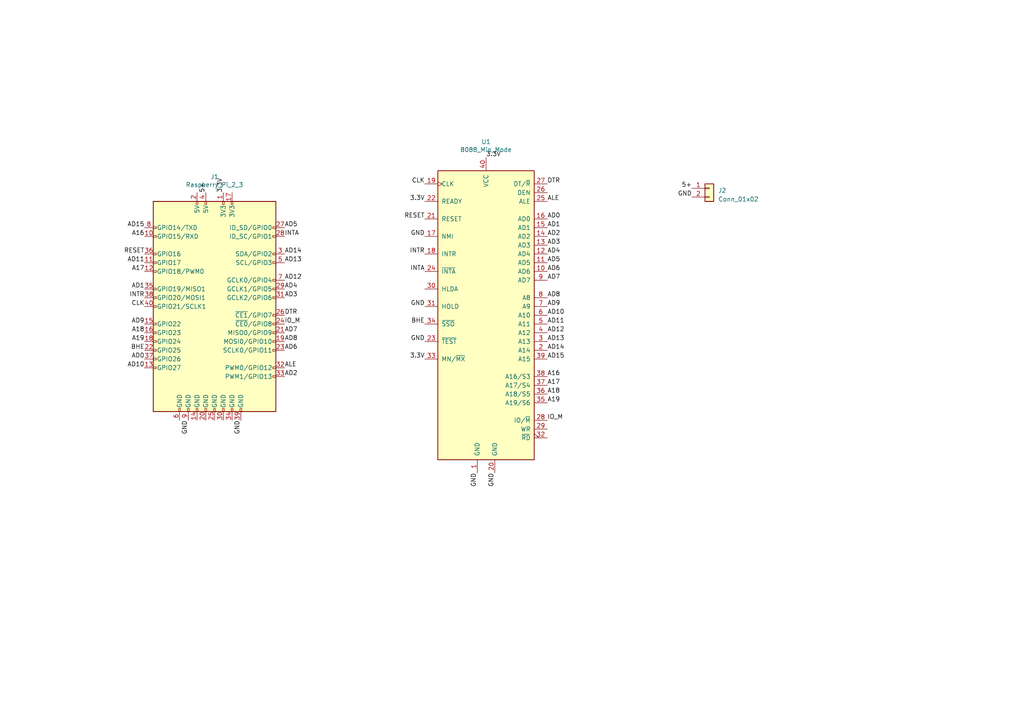
<source format=kicad_sch>
(kicad_sch (version 20230121) (generator eeschema)
  (paper "A4")
  (lib_symbols
    (symbol "Connector:Raspberry_Pi_2_3" (pin_names (offset 1.016))
      (property "Reference" "J" (at -17.78 31.75 0))
      (property "Value" "Raspberry_Pi_2_3" (at 10.16 -31.75 0))
      (symbol "Raspberry_Pi_2_3_0_1"
        (rectangle (start -17.78 30.48) (end 17.78 -30.48) (stroke (width 0.254)) (fill (type background)))
      )
      (symbol "Raspberry_Pi_2_3_1_1"
        (rectangle (start -16.891 -17.526) (end -17.78 -18.034))
        (rectangle (start -16.891 -14.986) (end -17.78 -15.494))
        (rectangle (start -16.891 -12.446) (end -17.78 -12.954))
        (rectangle (start -16.891 -9.906) (end -17.78 -10.414))
        (rectangle (start -16.891 -7.366) (end -17.78 -7.874))
        (rectangle (start -16.891 -4.826) (end -17.78 -5.334))
        (rectangle (start -16.891 0.254) (end -17.78 -0.254))
        (rectangle (start -16.891 2.794) (end -17.78 2.286))
        (rectangle (start -16.891 5.334) (end -17.78 4.826))
        (rectangle (start -16.891 10.414) (end -17.78 9.906))
        (rectangle (start -16.891 12.954) (end -17.78 12.446))
        (rectangle (start -16.891 15.494) (end -17.78 14.986))
        (rectangle (start -16.891 20.574) (end -17.78 20.066))
        (rectangle (start -16.891 23.114) (end -17.78 22.606))
        (rectangle (start -10.414 -29.591) (end -9.906 -30.48))
        (rectangle (start -7.874 -29.591) (end -7.366 -30.48))
        (rectangle (start -5.334 -29.591) (end -4.826 -30.48))
        (rectangle (start -5.334 30.48) (end -4.826 29.591))
        (rectangle (start -2.794 -29.591) (end -2.286 -30.48))
        (rectangle (start -2.794 30.48) (end -2.286 29.591))
        (rectangle (start -0.254 -29.591) (end 0.254 -30.48))
        (rectangle (start 2.286 -29.591) (end 2.794 -30.48))
        (rectangle (start 2.286 30.48) (end 2.794 29.591))
        (rectangle (start 4.826 -29.591) (end 5.334 -30.48))
        (rectangle (start 4.826 30.48) (end 5.334 29.591))
        (rectangle (start 7.366 -29.591) (end 7.874 -30.48))
        (rectangle (start 17.78 -20.066) (end 16.891 -20.574))
        (rectangle (start 17.78 -17.526) (end 16.891 -18.034))
        (rectangle (start 17.78 -12.446) (end 16.891 -12.954))
        (rectangle (start 17.78 -9.906) (end 16.891 -10.414))
        (rectangle (start 17.78 -7.366) (end 16.891 -7.874))
        (rectangle (start 17.78 -4.826) (end 16.891 -5.334))
        (rectangle (start 17.78 -2.286) (end 16.891 -2.794))
        (rectangle (start 17.78 2.794) (end 16.891 2.286))
        (rectangle (start 17.78 5.334) (end 16.891 4.826))
        (rectangle (start 17.78 7.874) (end 16.891 7.366))
        (rectangle (start 17.78 12.954) (end 16.891 12.446))
        (rectangle (start 17.78 15.494) (end 16.891 14.986))
        (rectangle (start 17.78 20.574) (end 16.891 20.066))
        (rectangle (start 17.78 23.114) (end 16.891 22.606))
        (pin power_in line (at 2.54 33.02 270) (length 2.54) (name "3V3") (number "1"))
        (pin bidirectional line (at -20.32 20.32 0) (length 2.54) (name "GPIO15/RXD") (number "10"))
        (pin bidirectional line (at -20.32 12.7 0) (length 2.54) (name "GPIO17") (number "11"))
        (pin bidirectional line (at -20.32 10.16 0) (length 2.54) (name "GPIO18/PWM0") (number "12"))
        (pin bidirectional line (at -20.32 -17.78 0) (length 2.54) (name "GPIO27") (number "13"))
        (pin power_in line (at -5.08 -33.02 90) (length 2.54) (name "GND") (number "14"))
        (pin bidirectional line (at -20.32 -5.08 0) (length 2.54) (name "GPIO22") (number "15"))
        (pin bidirectional line (at -20.32 -7.62 0) (length 2.54) (name "GPIO23") (number "16"))
        (pin power_in line (at 5.08 33.02 270) (length 2.54) (name "3V3") (number "17"))
        (pin bidirectional line (at -20.32 -10.16 0) (length 2.54) (name "GPIO24") (number "18"))
        (pin bidirectional line (at 20.32 -10.16 180) (length 2.54) (name "MOSI0/GPIO10") (number "19"))
        (pin power_in line (at -5.08 33.02 270) (length 2.54) (name "5V") (number "2"))
        (pin power_in line (at -2.54 -33.02 90) (length 2.54) (name "GND") (number "20"))
        (pin bidirectional line (at 20.32 -7.62 180) (length 2.54) (name "MISO0/GPIO9") (number "21"))
        (pin bidirectional line (at -20.32 -12.7 0) (length 2.54) (name "GPIO25") (number "22"))
        (pin bidirectional line (at 20.32 -12.7 180) (length 2.54) (name "SCLK0/GPIO11") (number "23"))
        (pin bidirectional line (at 20.32 -5.08 180) (length 2.54) (name "~{CE0}/GPIO8") (number "24"))
        (pin power_in line (at 0 -33.02 90) (length 2.54) (name "GND") (number "25"))
        (pin bidirectional line (at 20.32 -2.54 180) (length 2.54) (name "~{CE1}/GPIO7") (number "26"))
        (pin bidirectional line (at 20.32 22.86 180) (length 2.54) (name "ID_SD/GPIO0") (number "27"))
        (pin bidirectional line (at 20.32 20.32 180) (length 2.54) (name "ID_SC/GPIO1") (number "28"))
        (pin bidirectional line (at 20.32 5.08 180) (length 2.54) (name "GCLK1/GPIO5") (number "29"))
        (pin bidirectional line (at 20.32 15.24 180) (length 2.54) (name "SDA/GPIO2") (number "3"))
        (pin power_in line (at 2.54 -33.02 90) (length 2.54) (name "GND") (number "30"))
        (pin bidirectional line (at 20.32 2.54 180) (length 2.54) (name "GCLK2/GPIO6") (number "31"))
        (pin bidirectional line (at 20.32 -17.78 180) (length 2.54) (name "PWM0/GPIO12") (number "32"))
        (pin bidirectional line (at 20.32 -20.32 180) (length 2.54) (name "PWM1/GPIO13") (number "33"))
        (pin power_in line (at 5.08 -33.02 90) (length 2.54) (name "GND") (number "34"))
        (pin bidirectional line (at -20.32 5.08 0) (length 2.54) (name "GPIO19/MISO1") (number "35"))
        (pin bidirectional line (at -20.32 15.24 0) (length 2.54) (name "GPIO16") (number "36"))
        (pin bidirectional line (at -20.32 -15.24 0) (length 2.54) (name "GPIO26") (number "37"))
        (pin bidirectional line (at -20.32 2.54 0) (length 2.54) (name "GPIO20/MOSI1") (number "38"))
        (pin power_in line (at 7.62 -33.02 90) (length 2.54) (name "GND") (number "39"))
        (pin power_in line (at -2.54 33.02 270) (length 2.54) (name "5V") (number "4"))
        (pin bidirectional line (at -20.32 0 0) (length 2.54) (name "GPIO21/SCLK1") (number "40"))
        (pin bidirectional line (at 20.32 12.7 180) (length 2.54) (name "SCL/GPIO3") (number "5"))
        (pin power_in line (at -10.16 -33.02 90) (length 2.54) (name "GND") (number "6"))
        (pin bidirectional line (at 20.32 7.62 180) (length 2.54) (name "GCLK0/GPIO4") (number "7"))
        (pin bidirectional line (at -20.32 22.86 0) (length 2.54) (name "GPIO14/TXD") (number "8"))
        (pin power_in line (at -7.62 -33.02 90) (length 2.54) (name "GND") (number "9"))
      )
    )
    (symbol "Connector_Generic:Conn_01x02" (pin_names (offset 1.016) hide)
      (property "Reference" "J" (at 0 2.54 0))
      (property "Value" "Conn_01x02" (at 0 -5.08 0))
      (symbol "Conn_01x02_1_1"
        (rectangle (start -1.27 -2.413) (end 0 -2.667) (stroke (width 0.1524)))
        (rectangle (start -1.27 0.127) (end 0 -0.127) (stroke (width 0.1524)))
        (rectangle (start -1.27 1.27) (end 1.27 -3.81) (stroke (width 0.254)) (fill (type background)))
        (pin passive line (at -5.08 0 0) (length 3.81) (name "Pin_1") (number "1"))
        (pin passive line (at -5.08 -2.54 0) (length 3.81) (name "Pin_2") (number "2"))
      )
    )
    (symbol "MCU_Intel:8088_Min_Mode" (pin_names (offset 1.016))
      (property "Reference" "U" (at -12.7 43.18 0))
      (property "Value" "8088_Min_Mode" (at 10.16 43.18 0))
      (symbol "8088_Min_Mode_0_1"
        (rectangle (start 13.97 -41.91) (end -13.97 41.91) (stroke (width 0.254)) (fill (type background)))
      )
      (symbol "8088_Min_Mode_1_1"
        (pin power_in line (at -2.54 -45.72 90) (length 3.81) (name "GND") (number "1"))
        (pin bidirectional line (at 17.78 12.7 180) (length 3.81) (name "AD6") (number "10"))
        (pin bidirectional line (at 17.78 15.24 180) (length 3.81) (name "AD5") (number "11"))
        (pin bidirectional line (at 17.78 17.78 180) (length 3.81) (name "AD4") (number "12"))
        (pin bidirectional line (at 17.78 20.32 180) (length 3.81) (name "AD3") (number "13"))
        (pin bidirectional line (at 17.78 22.86 180) (length 3.81) (name "AD2") (number "14"))
        (pin bidirectional line (at 17.78 25.4 180) (length 3.81) (name "AD1") (number "15"))
        (pin bidirectional line (at 17.78 27.94 180) (length 3.81) (name "AD0") (number "16"))
        (pin input line (at -17.78 22.86 0) (length 3.81) (name "NMI") (number "17"))
        (pin input line (at -17.78 17.78 0) (length 3.81) (name "INTR") (number "18"))
        (pin input clock (at -17.78 38.1 0) (length 3.81) (name "CLK") (number "19"))
        (pin output line (at 17.78 -10.16 180) (length 3.81) (name "A14") (number "2"))
        (pin power_in line (at 2.54 -45.72 90) (length 3.81) (name "GND") (number "20"))
        (pin input line (at -17.78 27.94 0) (length 3.81) (name "RESET") (number "21"))
        (pin input line (at -17.78 33.02 0) (length 3.81) (name "READY") (number "22"))
        (pin input line (at -17.78 -7.62 0) (length 3.81) (name "~{TEST}") (number "23"))
        (pin output line (at -17.78 12.7 0) (length 3.81) (name "~{INTA}") (number "24"))
        (pin output line (at 17.78 33.02 180) (length 3.81) (name "ALE") (number "25"))
        (pin output line (at 17.78 35.56 180) (length 3.81) (name "DEN") (number "26"))
        (pin output line (at 17.78 38.1 180) (length 3.81) (name "DT/~{R}") (number "27"))
        (pin output line (at 17.78 -30.48 180) (length 3.81) (name "IO/~{M}") (number "28"))
        (pin output line (at 17.78 -33.02 180) (length 3.81) (name "WR") (number "29"))
        (pin output line (at 17.78 -7.62 180) (length 3.81) (name "A13") (number "3"))
        (pin output line (at -17.78 7.62 0) (length 3.81) (name "HLDA") (number "30"))
        (pin input line (at -17.78 2.54 0) (length 3.81) (name "HOLD") (number "31"))
        (pin output output_low (at 17.78 -35.56 180) (length 3.81) (name "~{RD}") (number "32"))
        (pin input line (at -17.78 -12.7 0) (length 3.81) (name "MN/~{MX}") (number "33"))
        (pin output line (at -17.78 -2.54 0) (length 3.81) (name "~{SSO}") (number "34"))
        (pin output line (at 17.78 -25.4 180) (length 3.81) (name "A19/S6") (number "35"))
        (pin output line (at 17.78 -22.86 180) (length 3.81) (name "A18/S5") (number "36"))
        (pin output line (at 17.78 -20.32 180) (length 3.81) (name "A17/S4") (number "37"))
        (pin output line (at 17.78 -17.78 180) (length 3.81) (name "A16/S3") (number "38"))
        (pin output line (at 17.78 -12.7 180) (length 3.81) (name "A15") (number "39"))
        (pin output line (at 17.78 -5.08 180) (length 3.81) (name "A12") (number "4"))
        (pin power_in line (at 0 45.72 270) (length 3.81) (name "VCC") (number "40"))
        (pin output line (at 17.78 -2.54 180) (length 3.81) (name "A11") (number "5"))
        (pin output line (at 17.78 0 180) (length 3.81) (name "A10") (number "6"))
        (pin output line (at 17.78 2.54 180) (length 3.81) (name "A9") (number "7"))
        (pin output line (at 17.78 5.08 180) (length 3.81) (name "A8") (number "8"))
        (pin bidirectional line (at 17.78 10.16 180) (length 3.81) (name "AD7") (number "9"))
      )
    )
  )
  (label "BHE" (at 41.91 101.6 180))
  (label "CLK" (at 123.19 53.34 180))
  (label "3.3V" (at 140.97 45.72 0))
  (label "3.3V" (at 123.19 104.14 180))
  (label "IO_M" (at 82.55 93.98 0))
  (label "RESET" (at 123.19 63.5 180))
  (label "AD9" (at 158.75 88.9 0))
  (label "INTR" (at 123.19 73.66 180))
  (label "GND" (at 54.61 121.92 270))
  (label "3.3V" (at 123.19 58.42 180))
  (label "INTA" (at 82.55 68.58 0))
  (label "AD15" (at 158.75 104.14 0))
  (label "AD1" (at 41.91 83.82 180))
  (label "5+" (at 200.66 54.61 180))
  (label "AD15" (at 41.91 66.04 180))
  (label "AD5" (at 82.55 66.04 0))
  (label "ALE" (at 158.75 58.42 0))
  (label "BHE" (at 123.19 93.98 180))
  (label "AD4" (at 82.55 83.82 0))
  (label "A16" (at 158.75 109.22 0))
  (label "AD1" (at 158.75 66.04 0))
  (label "A19" (at 158.75 116.84 0))
  (label "GND" (at 143.51 137.16 270))
  (label "AD13" (at 82.55 76.2 0))
  (label "AD0" (at 41.91 104.14 180))
  (label "AD4" (at 158.75 73.66 0))
  (label "A18" (at 158.75 114.3 0))
  (label "AD5" (at 158.75 76.2 0))
  (label "AD3" (at 82.55 86.36 0))
  (label "AD10" (at 158.75 91.44 0))
  (label "AD2" (at 82.55 109.22 0))
  (label "A19" (at 41.91 99.06 180))
  (label "AD8" (at 158.75 86.36 0))
  (label "AD12" (at 158.75 96.52 0))
  (label "AD6" (at 158.75 78.74 0))
  (label "5+" (at 59.69 55.88 90))
  (label "AD12" (at 82.55 81.28 0))
  (label "AD0" (at 158.75 63.5 0))
  (label "ALE" (at 82.55 106.68 0))
  (label "AD14" (at 82.55 73.66 0))
  (label "AD3" (at 158.75 71.12 0))
  (label "AD10" (at 41.91 106.68 180))
  (label "GND" (at 123.19 68.58 180))
  (label "A17" (at 158.75 111.76 0))
  (label "GND" (at 138.43 137.16 270))
  (label "GND" (at 69.85 121.92 270))
  (label "GND" (at 123.19 99.06 180))
  (label "AD6" (at 82.55 101.6 0))
  (label "INTA" (at 123.19 78.74 180))
  (label "IO_M" (at 158.75 121.92 0))
  (label "3.3V" (at 64.77 55.88 90))
  (label "A18" (at 41.91 96.52 180))
  (label "A17" (at 41.91 78.74 180))
  (label "AD11" (at 158.75 93.98 0))
  (label "AD14" (at 158.75 101.6 0))
  (label "DTR" (at 82.55 91.44 0))
  (label "AD7" (at 82.55 96.52 0))
  (label "AD13" (at 158.75 99.06 0))
  (label "INTR" (at 41.91 86.36 180))
  (label "RESET" (at 41.91 73.66 180))
  (label "AD2" (at 158.75 68.58 0))
  (label "DTR" (at 158.75 53.34 0))
  (label "AD8" (at 82.55 99.06 0))
  (label "AD9" (at 41.91 93.98 180))
  (label "AD7" (at 158.75 81.28 0))
  (label "GND" (at 200.66 57.15 180))
  (label "AD11" (at 41.91 76.2 180))
  (label "GND" (at 123.19 88.9 180))
  (label "A16" (at 41.91 68.58 180))
  (label "CLK" (at 41.91 88.9 180))
  (symbol (lib_id "MCU_Intel:8088_Min_Mode") (at 140.97 91.44 0) (unit 1)
    (property "Reference" "U1" (at 140.97 41.1226 0))
    (property "Value" "8088_Min_Mode" (at 140.97 43.434 0))
    (property "Footprint" "Socket:DIP_Socket-40_W11.9_W12.7_W15.24_W17.78_W18.5_3M_240-1280-00-0602J" (effects hide))
    (property "Datasheet" "http://datasheets.chipdb.org/Intel/x86/808x/datashts/8088/231456-006.pdf" (effects hide))
  )
  (symbol (lib_id "Connector:Raspberry_Pi_2_3") (at 62.23 88.9 0) (unit 1)
    (property "Reference" "J1" (at 62.23 51.2826 0))
    (property "Value" "Raspberry_Pi_2_3" (at 62.23 53.594 0))
    (property "Footprint" "Connector_PinHeader_2.54mm:PinHeader_2x20_P2.54mm_Vertical" (effects hide))
    (property "Datasheet" "https://www.raspberrypi.org/documentation/hardware/raspberrypi/schematics/rpi_SCH_3bplus_1p0_reduced.pdf" (effects hide))
  )
  (symbol (lib_id "Connector_Generic:Conn_01x02") (at 205.74 54.61 0) (unit 1)
    (property "Reference" "J2" (at 208.28 55.245 0) (effects (justify left)))
    (property "Value" "Conn_01x02" (at 208.28 57.785 0) (effects (justify left)))
    (property "Footprint" "Connector_PinHeader_2.54mm:PinHeader_1x02_P2.54mm_Vertical" (effects hide))
  )
)
</source>
